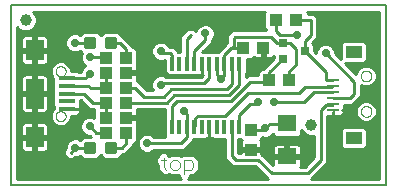
<source format=gtl>
G75*
%MOIN*%
%OFA0B0*%
%FSLAX25Y25*%
%IPPOS*%
%LPD*%
%AMOC8*
5,1,8,0,0,1.08239X$1,22.5*
%
%ADD10C,0.00800*%
%ADD11C,0.00400*%
%ADD12R,0.01500X0.04500*%
%ADD13R,0.03937X0.04331*%
%ADD14R,0.04331X0.03937*%
%ADD15R,0.05709X0.01575*%
%ADD16C,0.00000*%
%ADD17R,0.05906X0.07087*%
%ADD18R,0.05906X0.09843*%
%ADD19R,0.06299X0.05512*%
%ADD20C,0.01181*%
%ADD21R,0.02756X0.02756*%
%ADD22C,0.03937*%
%ADD23R,0.03937X0.00984*%
%ADD24R,0.05276X0.03937*%
%ADD25C,0.01000*%
%ADD26C,0.02900*%
%ADD27C,0.03400*%
%ADD28C,0.02778*%
%ADD29C,0.00700*%
D10*
X0123333Y0058200D02*
X0248333Y0058200D01*
X0248333Y0118200D01*
X0123333Y0118200D01*
X0123333Y0058200D01*
D11*
X0173533Y0066469D02*
X0175068Y0066469D01*
X0174301Y0067237D02*
X0174301Y0064167D01*
X0175068Y0063400D01*
X0176603Y0064167D02*
X0177370Y0063400D01*
X0178905Y0063400D01*
X0179672Y0064167D01*
X0179672Y0065702D01*
X0178905Y0066469D01*
X0177370Y0066469D01*
X0176603Y0065702D01*
X0176603Y0064167D01*
X0181207Y0063400D02*
X0183508Y0063400D01*
X0184276Y0064167D01*
X0184276Y0065702D01*
X0183508Y0066469D01*
X0181207Y0066469D01*
X0181207Y0061865D01*
D12*
X0182083Y0077650D03*
X0179583Y0077650D03*
X0177083Y0077650D03*
X0184583Y0077650D03*
X0187083Y0077650D03*
X0189583Y0077650D03*
X0192083Y0077650D03*
X0194583Y0077650D03*
X0197083Y0077650D03*
X0199583Y0077650D03*
X0199583Y0098750D03*
X0197083Y0098750D03*
X0194583Y0098750D03*
X0192083Y0098750D03*
X0189583Y0098750D03*
X0187083Y0098750D03*
X0184583Y0098750D03*
X0182083Y0098750D03*
X0179583Y0098750D03*
X0177083Y0098750D03*
D13*
X0203433Y0076746D03*
X0203433Y0070054D03*
D14*
X0161680Y0075700D03*
X0154987Y0075700D03*
X0154987Y0080700D03*
X0161680Y0080700D03*
X0161680Y0085700D03*
X0154987Y0085700D03*
X0154987Y0090700D03*
X0161680Y0090700D03*
X0161680Y0095700D03*
X0154987Y0095700D03*
X0154987Y0100700D03*
X0161680Y0100700D03*
X0200867Y0104050D03*
X0207560Y0104050D03*
X0211787Y0113200D03*
X0218480Y0113200D03*
X0216280Y0093200D03*
X0209587Y0093200D03*
D15*
X0142062Y0093818D03*
X0142062Y0091259D03*
X0142062Y0088700D03*
X0142062Y0086141D03*
X0142062Y0083582D03*
D16*
X0138322Y0081220D02*
X0138324Y0081301D01*
X0138330Y0081383D01*
X0138340Y0081464D01*
X0138354Y0081544D01*
X0138371Y0081623D01*
X0138393Y0081702D01*
X0138418Y0081779D01*
X0138447Y0081856D01*
X0138480Y0081930D01*
X0138517Y0082003D01*
X0138556Y0082074D01*
X0138600Y0082143D01*
X0138646Y0082210D01*
X0138696Y0082274D01*
X0138749Y0082336D01*
X0138805Y0082396D01*
X0138863Y0082452D01*
X0138925Y0082506D01*
X0138989Y0082557D01*
X0139055Y0082604D01*
X0139123Y0082648D01*
X0139194Y0082689D01*
X0139266Y0082726D01*
X0139341Y0082760D01*
X0139416Y0082790D01*
X0139494Y0082816D01*
X0139572Y0082839D01*
X0139651Y0082857D01*
X0139731Y0082872D01*
X0139812Y0082883D01*
X0139893Y0082890D01*
X0139975Y0082893D01*
X0140056Y0082892D01*
X0140137Y0082887D01*
X0140218Y0082878D01*
X0140299Y0082865D01*
X0140379Y0082848D01*
X0140457Y0082828D01*
X0140535Y0082803D01*
X0140612Y0082775D01*
X0140687Y0082743D01*
X0140760Y0082708D01*
X0140831Y0082669D01*
X0140901Y0082626D01*
X0140968Y0082581D01*
X0141034Y0082532D01*
X0141096Y0082480D01*
X0141156Y0082424D01*
X0141213Y0082366D01*
X0141268Y0082306D01*
X0141319Y0082242D01*
X0141367Y0082177D01*
X0141412Y0082109D01*
X0141454Y0082039D01*
X0141492Y0081967D01*
X0141527Y0081893D01*
X0141558Y0081818D01*
X0141585Y0081741D01*
X0141608Y0081663D01*
X0141628Y0081584D01*
X0141644Y0081504D01*
X0141656Y0081423D01*
X0141664Y0081342D01*
X0141668Y0081261D01*
X0141668Y0081179D01*
X0141664Y0081098D01*
X0141656Y0081017D01*
X0141644Y0080936D01*
X0141628Y0080856D01*
X0141608Y0080777D01*
X0141585Y0080699D01*
X0141558Y0080622D01*
X0141527Y0080547D01*
X0141492Y0080473D01*
X0141454Y0080401D01*
X0141412Y0080331D01*
X0141367Y0080263D01*
X0141319Y0080198D01*
X0141268Y0080134D01*
X0141213Y0080074D01*
X0141156Y0080016D01*
X0141096Y0079960D01*
X0141034Y0079908D01*
X0140968Y0079859D01*
X0140901Y0079814D01*
X0140832Y0079771D01*
X0140760Y0079732D01*
X0140687Y0079697D01*
X0140612Y0079665D01*
X0140535Y0079637D01*
X0140457Y0079612D01*
X0140379Y0079592D01*
X0140299Y0079575D01*
X0140218Y0079562D01*
X0140137Y0079553D01*
X0140056Y0079548D01*
X0139975Y0079547D01*
X0139893Y0079550D01*
X0139812Y0079557D01*
X0139731Y0079568D01*
X0139651Y0079583D01*
X0139572Y0079601D01*
X0139494Y0079624D01*
X0139416Y0079650D01*
X0139341Y0079680D01*
X0139266Y0079714D01*
X0139194Y0079751D01*
X0139123Y0079792D01*
X0139055Y0079836D01*
X0138989Y0079883D01*
X0138925Y0079934D01*
X0138863Y0079988D01*
X0138805Y0080044D01*
X0138749Y0080104D01*
X0138696Y0080166D01*
X0138646Y0080230D01*
X0138600Y0080297D01*
X0138556Y0080366D01*
X0138517Y0080437D01*
X0138480Y0080510D01*
X0138447Y0080584D01*
X0138418Y0080661D01*
X0138393Y0080738D01*
X0138371Y0080817D01*
X0138354Y0080896D01*
X0138340Y0080976D01*
X0138330Y0081057D01*
X0138324Y0081139D01*
X0138322Y0081220D01*
X0138322Y0096180D02*
X0138324Y0096261D01*
X0138330Y0096343D01*
X0138340Y0096424D01*
X0138354Y0096504D01*
X0138371Y0096583D01*
X0138393Y0096662D01*
X0138418Y0096739D01*
X0138447Y0096816D01*
X0138480Y0096890D01*
X0138517Y0096963D01*
X0138556Y0097034D01*
X0138600Y0097103D01*
X0138646Y0097170D01*
X0138696Y0097234D01*
X0138749Y0097296D01*
X0138805Y0097356D01*
X0138863Y0097412D01*
X0138925Y0097466D01*
X0138989Y0097517D01*
X0139055Y0097564D01*
X0139123Y0097608D01*
X0139194Y0097649D01*
X0139266Y0097686D01*
X0139341Y0097720D01*
X0139416Y0097750D01*
X0139494Y0097776D01*
X0139572Y0097799D01*
X0139651Y0097817D01*
X0139731Y0097832D01*
X0139812Y0097843D01*
X0139893Y0097850D01*
X0139975Y0097853D01*
X0140056Y0097852D01*
X0140137Y0097847D01*
X0140218Y0097838D01*
X0140299Y0097825D01*
X0140379Y0097808D01*
X0140457Y0097788D01*
X0140535Y0097763D01*
X0140612Y0097735D01*
X0140687Y0097703D01*
X0140760Y0097668D01*
X0140831Y0097629D01*
X0140901Y0097586D01*
X0140968Y0097541D01*
X0141034Y0097492D01*
X0141096Y0097440D01*
X0141156Y0097384D01*
X0141213Y0097326D01*
X0141268Y0097266D01*
X0141319Y0097202D01*
X0141367Y0097137D01*
X0141412Y0097069D01*
X0141454Y0096999D01*
X0141492Y0096927D01*
X0141527Y0096853D01*
X0141558Y0096778D01*
X0141585Y0096701D01*
X0141608Y0096623D01*
X0141628Y0096544D01*
X0141644Y0096464D01*
X0141656Y0096383D01*
X0141664Y0096302D01*
X0141668Y0096221D01*
X0141668Y0096139D01*
X0141664Y0096058D01*
X0141656Y0095977D01*
X0141644Y0095896D01*
X0141628Y0095816D01*
X0141608Y0095737D01*
X0141585Y0095659D01*
X0141558Y0095582D01*
X0141527Y0095507D01*
X0141492Y0095433D01*
X0141454Y0095361D01*
X0141412Y0095291D01*
X0141367Y0095223D01*
X0141319Y0095158D01*
X0141268Y0095094D01*
X0141213Y0095034D01*
X0141156Y0094976D01*
X0141096Y0094920D01*
X0141034Y0094868D01*
X0140968Y0094819D01*
X0140901Y0094774D01*
X0140832Y0094731D01*
X0140760Y0094692D01*
X0140687Y0094657D01*
X0140612Y0094625D01*
X0140535Y0094597D01*
X0140457Y0094572D01*
X0140379Y0094552D01*
X0140299Y0094535D01*
X0140218Y0094522D01*
X0140137Y0094513D01*
X0140056Y0094508D01*
X0139975Y0094507D01*
X0139893Y0094510D01*
X0139812Y0094517D01*
X0139731Y0094528D01*
X0139651Y0094543D01*
X0139572Y0094561D01*
X0139494Y0094584D01*
X0139416Y0094610D01*
X0139341Y0094640D01*
X0139266Y0094674D01*
X0139194Y0094711D01*
X0139123Y0094752D01*
X0139055Y0094796D01*
X0138989Y0094843D01*
X0138925Y0094894D01*
X0138863Y0094948D01*
X0138805Y0095004D01*
X0138749Y0095064D01*
X0138696Y0095126D01*
X0138646Y0095190D01*
X0138600Y0095257D01*
X0138556Y0095326D01*
X0138517Y0095397D01*
X0138480Y0095470D01*
X0138447Y0095544D01*
X0138418Y0095621D01*
X0138393Y0095698D01*
X0138371Y0095777D01*
X0138354Y0095856D01*
X0138340Y0095936D01*
X0138330Y0096017D01*
X0138324Y0096099D01*
X0138322Y0096180D01*
X0240061Y0094606D02*
X0240063Y0094690D01*
X0240069Y0094773D01*
X0240079Y0094856D01*
X0240093Y0094939D01*
X0240110Y0095021D01*
X0240132Y0095102D01*
X0240157Y0095181D01*
X0240186Y0095260D01*
X0240219Y0095337D01*
X0240255Y0095412D01*
X0240295Y0095486D01*
X0240338Y0095558D01*
X0240385Y0095627D01*
X0240435Y0095694D01*
X0240488Y0095759D01*
X0240544Y0095821D01*
X0240602Y0095881D01*
X0240664Y0095938D01*
X0240728Y0095991D01*
X0240795Y0096042D01*
X0240864Y0096089D01*
X0240935Y0096134D01*
X0241008Y0096174D01*
X0241083Y0096211D01*
X0241160Y0096245D01*
X0241238Y0096275D01*
X0241317Y0096301D01*
X0241398Y0096324D01*
X0241480Y0096342D01*
X0241562Y0096357D01*
X0241645Y0096368D01*
X0241728Y0096375D01*
X0241812Y0096378D01*
X0241896Y0096377D01*
X0241979Y0096372D01*
X0242063Y0096363D01*
X0242145Y0096350D01*
X0242227Y0096334D01*
X0242308Y0096313D01*
X0242389Y0096289D01*
X0242467Y0096261D01*
X0242545Y0096229D01*
X0242621Y0096193D01*
X0242695Y0096154D01*
X0242767Y0096112D01*
X0242837Y0096066D01*
X0242905Y0096017D01*
X0242970Y0095965D01*
X0243033Y0095910D01*
X0243093Y0095852D01*
X0243151Y0095791D01*
X0243205Y0095727D01*
X0243257Y0095661D01*
X0243305Y0095593D01*
X0243350Y0095522D01*
X0243391Y0095449D01*
X0243430Y0095375D01*
X0243464Y0095299D01*
X0243495Y0095221D01*
X0243522Y0095142D01*
X0243546Y0095061D01*
X0243565Y0094980D01*
X0243581Y0094898D01*
X0243593Y0094815D01*
X0243601Y0094731D01*
X0243605Y0094648D01*
X0243605Y0094564D01*
X0243601Y0094481D01*
X0243593Y0094397D01*
X0243581Y0094314D01*
X0243565Y0094232D01*
X0243546Y0094151D01*
X0243522Y0094070D01*
X0243495Y0093991D01*
X0243464Y0093913D01*
X0243430Y0093837D01*
X0243391Y0093763D01*
X0243350Y0093690D01*
X0243305Y0093619D01*
X0243257Y0093551D01*
X0243205Y0093485D01*
X0243151Y0093421D01*
X0243093Y0093360D01*
X0243033Y0093302D01*
X0242970Y0093247D01*
X0242905Y0093195D01*
X0242837Y0093146D01*
X0242767Y0093100D01*
X0242695Y0093058D01*
X0242621Y0093019D01*
X0242545Y0092983D01*
X0242467Y0092951D01*
X0242389Y0092923D01*
X0242308Y0092899D01*
X0242227Y0092878D01*
X0242145Y0092862D01*
X0242063Y0092849D01*
X0241979Y0092840D01*
X0241896Y0092835D01*
X0241812Y0092834D01*
X0241728Y0092837D01*
X0241645Y0092844D01*
X0241562Y0092855D01*
X0241480Y0092870D01*
X0241398Y0092888D01*
X0241317Y0092911D01*
X0241238Y0092937D01*
X0241160Y0092967D01*
X0241083Y0093001D01*
X0241008Y0093038D01*
X0240935Y0093078D01*
X0240864Y0093123D01*
X0240795Y0093170D01*
X0240728Y0093221D01*
X0240664Y0093274D01*
X0240602Y0093331D01*
X0240544Y0093391D01*
X0240488Y0093453D01*
X0240435Y0093518D01*
X0240385Y0093585D01*
X0240338Y0093654D01*
X0240295Y0093726D01*
X0240255Y0093800D01*
X0240219Y0093875D01*
X0240186Y0093952D01*
X0240157Y0094031D01*
X0240132Y0094110D01*
X0240110Y0094191D01*
X0240093Y0094273D01*
X0240079Y0094356D01*
X0240069Y0094439D01*
X0240063Y0094522D01*
X0240061Y0094606D01*
X0240061Y0082794D02*
X0240063Y0082878D01*
X0240069Y0082961D01*
X0240079Y0083044D01*
X0240093Y0083127D01*
X0240110Y0083209D01*
X0240132Y0083290D01*
X0240157Y0083369D01*
X0240186Y0083448D01*
X0240219Y0083525D01*
X0240255Y0083600D01*
X0240295Y0083674D01*
X0240338Y0083746D01*
X0240385Y0083815D01*
X0240435Y0083882D01*
X0240488Y0083947D01*
X0240544Y0084009D01*
X0240602Y0084069D01*
X0240664Y0084126D01*
X0240728Y0084179D01*
X0240795Y0084230D01*
X0240864Y0084277D01*
X0240935Y0084322D01*
X0241008Y0084362D01*
X0241083Y0084399D01*
X0241160Y0084433D01*
X0241238Y0084463D01*
X0241317Y0084489D01*
X0241398Y0084512D01*
X0241480Y0084530D01*
X0241562Y0084545D01*
X0241645Y0084556D01*
X0241728Y0084563D01*
X0241812Y0084566D01*
X0241896Y0084565D01*
X0241979Y0084560D01*
X0242063Y0084551D01*
X0242145Y0084538D01*
X0242227Y0084522D01*
X0242308Y0084501D01*
X0242389Y0084477D01*
X0242467Y0084449D01*
X0242545Y0084417D01*
X0242621Y0084381D01*
X0242695Y0084342D01*
X0242767Y0084300D01*
X0242837Y0084254D01*
X0242905Y0084205D01*
X0242970Y0084153D01*
X0243033Y0084098D01*
X0243093Y0084040D01*
X0243151Y0083979D01*
X0243205Y0083915D01*
X0243257Y0083849D01*
X0243305Y0083781D01*
X0243350Y0083710D01*
X0243391Y0083637D01*
X0243430Y0083563D01*
X0243464Y0083487D01*
X0243495Y0083409D01*
X0243522Y0083330D01*
X0243546Y0083249D01*
X0243565Y0083168D01*
X0243581Y0083086D01*
X0243593Y0083003D01*
X0243601Y0082919D01*
X0243605Y0082836D01*
X0243605Y0082752D01*
X0243601Y0082669D01*
X0243593Y0082585D01*
X0243581Y0082502D01*
X0243565Y0082420D01*
X0243546Y0082339D01*
X0243522Y0082258D01*
X0243495Y0082179D01*
X0243464Y0082101D01*
X0243430Y0082025D01*
X0243391Y0081951D01*
X0243350Y0081878D01*
X0243305Y0081807D01*
X0243257Y0081739D01*
X0243205Y0081673D01*
X0243151Y0081609D01*
X0243093Y0081548D01*
X0243033Y0081490D01*
X0242970Y0081435D01*
X0242905Y0081383D01*
X0242837Y0081334D01*
X0242767Y0081288D01*
X0242695Y0081246D01*
X0242621Y0081207D01*
X0242545Y0081171D01*
X0242467Y0081139D01*
X0242389Y0081111D01*
X0242308Y0081087D01*
X0242227Y0081066D01*
X0242145Y0081050D01*
X0242063Y0081037D01*
X0241979Y0081028D01*
X0241896Y0081023D01*
X0241812Y0081022D01*
X0241728Y0081025D01*
X0241645Y0081032D01*
X0241562Y0081043D01*
X0241480Y0081058D01*
X0241398Y0081076D01*
X0241317Y0081099D01*
X0241238Y0081125D01*
X0241160Y0081155D01*
X0241083Y0081189D01*
X0241008Y0081226D01*
X0240935Y0081266D01*
X0240864Y0081311D01*
X0240795Y0081358D01*
X0240728Y0081409D01*
X0240664Y0081462D01*
X0240602Y0081519D01*
X0240544Y0081579D01*
X0240488Y0081641D01*
X0240435Y0081706D01*
X0240385Y0081773D01*
X0240338Y0081842D01*
X0240295Y0081914D01*
X0240255Y0081988D01*
X0240219Y0082063D01*
X0240186Y0082140D01*
X0240157Y0082219D01*
X0240132Y0082298D01*
X0240110Y0082379D01*
X0240093Y0082461D01*
X0240079Y0082544D01*
X0240069Y0082627D01*
X0240063Y0082710D01*
X0240061Y0082794D01*
D17*
X0131333Y0074192D03*
X0131333Y0103208D03*
D18*
X0131333Y0088700D03*
D19*
X0215433Y0078812D03*
X0215433Y0067788D03*
D20*
X0155408Y0069322D02*
X0155408Y0072078D01*
X0158164Y0072078D01*
X0158164Y0069322D01*
X0155408Y0069322D01*
X0155408Y0070502D02*
X0158164Y0070502D01*
X0158164Y0071682D02*
X0155408Y0071682D01*
X0148503Y0072078D02*
X0148503Y0069322D01*
X0148503Y0072078D02*
X0151259Y0072078D01*
X0151259Y0069322D01*
X0148503Y0069322D01*
X0148503Y0070502D02*
X0151259Y0070502D01*
X0151259Y0071682D02*
X0148503Y0071682D01*
X0148503Y0104322D02*
X0148503Y0107078D01*
X0151259Y0107078D01*
X0151259Y0104322D01*
X0148503Y0104322D01*
X0148503Y0105502D02*
X0151259Y0105502D01*
X0151259Y0106682D02*
X0148503Y0106682D01*
X0155408Y0107078D02*
X0155408Y0104322D01*
X0155408Y0107078D02*
X0158164Y0107078D01*
X0158164Y0104322D01*
X0155408Y0104322D01*
X0155408Y0105502D02*
X0158164Y0105502D01*
X0158164Y0106682D02*
X0155408Y0106682D01*
D21*
X0214092Y0105559D03*
X0221375Y0103000D03*
X0214092Y0100441D03*
D22*
X0223533Y0078250D03*
X0128333Y0113200D03*
D23*
X0230833Y0093121D03*
X0230833Y0091153D03*
X0230833Y0089184D03*
X0230833Y0087216D03*
X0230833Y0085247D03*
X0230833Y0083279D03*
D24*
X0237625Y0073879D03*
X0237625Y0102521D03*
D25*
X0241962Y0102134D02*
X0246233Y0102134D01*
X0246233Y0101136D02*
X0241962Y0101136D01*
X0241962Y0100137D02*
X0246233Y0100137D01*
X0246233Y0099139D02*
X0241253Y0099139D01*
X0240967Y0098852D02*
X0241962Y0099848D01*
X0241962Y0105194D01*
X0240967Y0106189D01*
X0234283Y0106189D01*
X0233287Y0105194D01*
X0233287Y0100358D01*
X0231422Y0102222D01*
X0231422Y0102814D01*
X0230952Y0103950D01*
X0230083Y0104819D01*
X0228948Y0105289D01*
X0227719Y0105289D01*
X0226584Y0104819D01*
X0225715Y0103950D01*
X0225244Y0102814D01*
X0225244Y0102242D01*
X0224453Y0103033D01*
X0224453Y0105082D01*
X0223890Y0105645D01*
X0224245Y0106000D01*
X0225533Y0107289D01*
X0225533Y0114111D01*
X0224245Y0115400D01*
X0222345Y0115400D01*
X0222345Y0115873D01*
X0222118Y0116100D01*
X0246233Y0116100D01*
X0246233Y0060300D01*
X0223545Y0060300D01*
X0227613Y0064369D01*
X0228902Y0065657D01*
X0228902Y0081287D01*
X0230833Y0081287D01*
X0230833Y0082771D01*
X0230833Y0082771D01*
X0230833Y0081287D01*
X0232999Y0081287D01*
X0233381Y0081389D01*
X0233723Y0081586D01*
X0234002Y0081866D01*
X0234200Y0082208D01*
X0234302Y0082589D01*
X0234302Y0083279D01*
X0234302Y0083851D01*
X0234502Y0084051D01*
X0234502Y0085016D01*
X0237260Y0085016D01*
X0238745Y0086500D01*
X0240033Y0087789D01*
X0240033Y0091593D01*
X0241143Y0091134D01*
X0242524Y0091134D01*
X0243800Y0091662D01*
X0244776Y0092639D01*
X0245305Y0093915D01*
X0245305Y0095296D01*
X0244776Y0096572D01*
X0243800Y0097549D01*
X0242524Y0098077D01*
X0241143Y0098077D01*
X0239867Y0097549D01*
X0238890Y0096572D01*
X0238362Y0095296D01*
X0238362Y0095283D01*
X0234792Y0098852D01*
X0240967Y0098852D01*
X0239460Y0097142D02*
X0236503Y0097142D01*
X0237501Y0096143D02*
X0238713Y0096143D01*
X0235504Y0098140D02*
X0246233Y0098140D01*
X0246233Y0097142D02*
X0244207Y0097142D01*
X0244954Y0096143D02*
X0246233Y0096143D01*
X0246233Y0095145D02*
X0245305Y0095145D01*
X0245305Y0094146D02*
X0246233Y0094146D01*
X0246233Y0093148D02*
X0244987Y0093148D01*
X0244287Y0092149D02*
X0246233Y0092149D01*
X0246233Y0091151D02*
X0242565Y0091151D01*
X0241102Y0091151D02*
X0240033Y0091151D01*
X0240033Y0090152D02*
X0246233Y0090152D01*
X0246233Y0089154D02*
X0240033Y0089154D01*
X0240033Y0088155D02*
X0246233Y0088155D01*
X0246233Y0087157D02*
X0239401Y0087157D01*
X0238403Y0086158D02*
X0240882Y0086158D01*
X0241143Y0086266D02*
X0239867Y0085738D01*
X0238890Y0084761D01*
X0238362Y0083485D01*
X0238362Y0082104D01*
X0238890Y0080828D01*
X0239867Y0079851D01*
X0241143Y0079323D01*
X0242524Y0079323D01*
X0243800Y0079851D01*
X0244776Y0080828D01*
X0245305Y0082104D01*
X0245305Y0083485D01*
X0244776Y0084761D01*
X0243800Y0085738D01*
X0242524Y0086266D01*
X0241143Y0086266D01*
X0242784Y0086158D02*
X0246233Y0086158D01*
X0246233Y0085160D02*
X0244378Y0085160D01*
X0245025Y0084161D02*
X0246233Y0084161D01*
X0246233Y0083163D02*
X0245305Y0083163D01*
X0245305Y0082164D02*
X0246233Y0082164D01*
X0246233Y0081166D02*
X0244916Y0081166D01*
X0244116Y0080167D02*
X0246233Y0080167D01*
X0246233Y0079169D02*
X0228902Y0079169D01*
X0228902Y0080167D02*
X0239551Y0080167D01*
X0238750Y0081166D02*
X0228902Y0081166D01*
X0230833Y0082164D02*
X0230833Y0082164D01*
X0233730Y0083279D02*
X0233730Y0083279D01*
X0234302Y0083279D01*
X0233730Y0083279D01*
X0234302Y0083163D02*
X0238362Y0083163D01*
X0238362Y0082164D02*
X0234175Y0082164D01*
X0234502Y0084161D02*
X0238642Y0084161D01*
X0239289Y0085160D02*
X0237404Y0085160D01*
X0236349Y0087216D02*
X0237833Y0088700D01*
X0237833Y0092700D01*
X0228333Y0102200D01*
X0225376Y0103133D02*
X0224453Y0103133D01*
X0224453Y0104132D02*
X0225896Y0104132D01*
X0227335Y0105130D02*
X0224405Y0105130D01*
X0224373Y0106129D02*
X0234222Y0106129D01*
X0233287Y0105130D02*
X0229331Y0105130D01*
X0230770Y0104132D02*
X0233287Y0104132D01*
X0233287Y0103133D02*
X0231290Y0103133D01*
X0231510Y0102134D02*
X0233287Y0102134D01*
X0233287Y0101136D02*
X0232509Y0101136D01*
X0241962Y0103133D02*
X0246233Y0103133D01*
X0246233Y0104132D02*
X0241962Y0104132D01*
X0241962Y0105130D02*
X0246233Y0105130D01*
X0246233Y0106129D02*
X0241027Y0106129D01*
X0246233Y0107127D02*
X0225372Y0107127D01*
X0225533Y0108126D02*
X0246233Y0108126D01*
X0246233Y0109124D02*
X0225533Y0109124D01*
X0225533Y0110123D02*
X0246233Y0110123D01*
X0246233Y0111121D02*
X0225533Y0111121D01*
X0225533Y0112120D02*
X0246233Y0112120D01*
X0246233Y0113118D02*
X0225533Y0113118D01*
X0225528Y0114117D02*
X0246233Y0114117D01*
X0246233Y0115115D02*
X0224529Y0115115D01*
X0223333Y0113200D02*
X0223333Y0108200D01*
X0221333Y0106200D01*
X0221333Y0103042D01*
X0221375Y0103000D01*
X0228333Y0096042D01*
X0228333Y0093200D01*
X0228412Y0093121D01*
X0230833Y0093121D01*
X0230433Y0091100D02*
X0221433Y0091100D01*
X0219333Y0089000D01*
X0202433Y0089000D01*
X0194733Y0081300D01*
X0185633Y0081300D01*
X0184933Y0080600D01*
X0184933Y0077800D01*
X0182083Y0077650D02*
X0182083Y0081900D01*
X0181083Y0082900D01*
X0178833Y0086200D02*
X0177083Y0084450D01*
X0177083Y0077650D01*
X0174633Y0077172D02*
X0165545Y0077172D01*
X0165545Y0078170D02*
X0174633Y0078170D01*
X0174633Y0079169D02*
X0165345Y0079169D01*
X0165345Y0078573D02*
X0165345Y0080216D01*
X0162164Y0080216D01*
X0162164Y0081184D01*
X0165345Y0081184D01*
X0165345Y0082827D01*
X0165545Y0083027D01*
X0165545Y0083500D01*
X0174883Y0083500D01*
X0174883Y0080854D01*
X0174633Y0080604D01*
X0174633Y0074696D01*
X0174929Y0074400D01*
X0171088Y0074400D01*
X0170618Y0074870D01*
X0169460Y0075350D01*
X0168207Y0075350D01*
X0167049Y0074870D01*
X0166163Y0073984D01*
X0165683Y0072827D01*
X0165683Y0071573D01*
X0166163Y0070416D01*
X0167049Y0069530D01*
X0168207Y0069050D01*
X0169460Y0069050D01*
X0170618Y0069530D01*
X0171088Y0070000D01*
X0180945Y0070000D01*
X0182995Y0072050D01*
X0184283Y0073339D01*
X0184283Y0073700D01*
X0188537Y0073700D01*
X0188737Y0073900D01*
X0189583Y0073900D01*
X0189583Y0077650D01*
X0189583Y0077650D01*
X0189583Y0073900D01*
X0190429Y0073900D01*
X0190629Y0073700D01*
X0194883Y0073700D01*
X0194883Y0067039D01*
X0197434Y0064488D01*
X0204934Y0064488D01*
X0209122Y0060300D01*
X0182328Y0060300D01*
X0183107Y0061078D01*
X0183107Y0061500D01*
X0183517Y0061500D01*
X0184295Y0061500D01*
X0184295Y0061500D01*
X0184309Y0061514D01*
X0185063Y0062267D01*
X0185222Y0062426D01*
X0186176Y0063380D01*
X0186176Y0063380D01*
X0186176Y0064159D01*
X0186176Y0064954D01*
X0186176Y0064954D01*
X0186176Y0066489D01*
X0185063Y0067602D01*
X0184295Y0068369D01*
X0180420Y0068369D01*
X0180056Y0068005D01*
X0179692Y0068369D01*
X0178157Y0068369D01*
X0178157Y0068369D01*
X0177362Y0068369D01*
X0176583Y0068369D01*
X0176219Y0068005D01*
X0175855Y0068369D01*
X0175088Y0069137D01*
X0173514Y0069137D01*
X0172401Y0068024D01*
X0172401Y0068024D01*
X0171633Y0067256D01*
X0171633Y0065682D01*
X0172401Y0064915D01*
X0172401Y0064159D01*
X0172401Y0063380D01*
X0173354Y0062426D01*
X0173514Y0062267D01*
X0174281Y0061500D01*
X0175855Y0061500D01*
X0176219Y0061864D01*
X0176583Y0061500D01*
X0179307Y0061500D01*
X0179307Y0061078D01*
X0180085Y0060300D01*
X0125433Y0060300D01*
X0125433Y0110912D01*
X0126255Y0110090D01*
X0127604Y0109531D01*
X0129063Y0109531D01*
X0130411Y0110090D01*
X0131443Y0111122D01*
X0132002Y0112470D01*
X0132002Y0113930D01*
X0131443Y0115278D01*
X0130621Y0116100D01*
X0208149Y0116100D01*
X0207922Y0115873D01*
X0207922Y0110527D01*
X0208529Y0109920D01*
X0197132Y0109920D01*
X0196812Y0109600D01*
X0195523Y0108311D01*
X0195523Y0105801D01*
X0194633Y0104911D01*
X0192422Y0102700D01*
X0188129Y0102700D01*
X0187929Y0102500D01*
X0187245Y0102500D01*
X0190433Y0105689D01*
X0190433Y0106621D01*
X0190852Y0107039D01*
X0191322Y0108175D01*
X0191322Y0109403D01*
X0190852Y0110539D01*
X0189983Y0111408D01*
X0188848Y0111878D01*
X0187619Y0111878D01*
X0186484Y0111408D01*
X0185615Y0110539D01*
X0185173Y0109472D01*
X0184245Y0110400D01*
X0182422Y0110400D01*
X0179883Y0107861D01*
X0179883Y0102700D01*
X0179132Y0102700D01*
X0177995Y0103837D01*
X0177396Y0104436D01*
X0176107Y0104436D01*
X0176004Y0104684D01*
X0175118Y0105570D01*
X0173960Y0106050D01*
X0172707Y0106050D01*
X0171549Y0105570D01*
X0170663Y0104684D01*
X0170183Y0103527D01*
X0170183Y0102273D01*
X0170663Y0101116D01*
X0171549Y0100230D01*
X0172707Y0099750D01*
X0173960Y0099750D01*
X0174633Y0100029D01*
X0174633Y0095796D01*
X0175629Y0094800D01*
X0186037Y0094800D01*
X0186237Y0095000D01*
X0187083Y0095000D01*
X0187083Y0098750D01*
X0187083Y0098750D01*
X0187083Y0095000D01*
X0187383Y0095000D01*
X0187383Y0094861D01*
X0186922Y0094400D01*
X0175046Y0094400D01*
X0173960Y0094850D01*
X0172707Y0094850D01*
X0171549Y0094370D01*
X0170663Y0093484D01*
X0170183Y0092327D01*
X0170183Y0091073D01*
X0170663Y0089916D01*
X0170679Y0089900D01*
X0168695Y0089900D01*
X0166973Y0091621D01*
X0165685Y0092910D01*
X0165545Y0092910D01*
X0165545Y0093373D01*
X0165345Y0093573D01*
X0165345Y0095216D01*
X0162164Y0095216D01*
X0162164Y0096184D01*
X0165345Y0096184D01*
X0165345Y0097827D01*
X0165545Y0098027D01*
X0165545Y0103373D01*
X0164549Y0104368D01*
X0163833Y0104368D01*
X0163833Y0104611D01*
X0162545Y0105900D01*
X0160545Y0107900D01*
X0160455Y0107900D01*
X0160455Y0108027D01*
X0159113Y0109368D01*
X0154459Y0109368D01*
X0153333Y0108242D01*
X0152207Y0109368D01*
X0147554Y0109368D01*
X0146537Y0108351D01*
X0146518Y0108370D01*
X0145360Y0108850D01*
X0144107Y0108850D01*
X0142949Y0108370D01*
X0142063Y0107484D01*
X0141583Y0106327D01*
X0141583Y0105073D01*
X0142063Y0103916D01*
X0142949Y0103030D01*
X0144107Y0102550D01*
X0145360Y0102550D01*
X0146518Y0103030D01*
X0146537Y0103049D01*
X0147186Y0102399D01*
X0146783Y0101427D01*
X0146783Y0100173D01*
X0147263Y0099016D01*
X0148149Y0098130D01*
X0148165Y0098123D01*
X0148082Y0098089D01*
X0147196Y0097202D01*
X0146716Y0096045D01*
X0146716Y0096018D01*
X0145908Y0096018D01*
X0145620Y0096305D01*
X0143368Y0096305D01*
X0143368Y0096851D01*
X0142854Y0098091D01*
X0141906Y0099040D01*
X0140666Y0099554D01*
X0139324Y0099554D01*
X0138084Y0099040D01*
X0137135Y0098091D01*
X0136622Y0096851D01*
X0136622Y0095509D01*
X0137135Y0094270D01*
X0137507Y0093897D01*
X0137507Y0084649D01*
X0137707Y0084449D01*
X0137707Y0083703D01*
X0137135Y0083130D01*
X0136622Y0081891D01*
X0136622Y0080549D01*
X0137135Y0079309D01*
X0138084Y0078360D01*
X0139324Y0077846D01*
X0140666Y0077846D01*
X0141906Y0078360D01*
X0142854Y0079309D01*
X0143368Y0080549D01*
X0143368Y0081294D01*
X0145113Y0081294D01*
X0145495Y0081397D01*
X0145837Y0081594D01*
X0146116Y0081873D01*
X0146314Y0082216D01*
X0146416Y0082597D01*
X0146416Y0083582D01*
X0146416Y0084449D01*
X0146616Y0084649D01*
X0146616Y0086500D01*
X0146842Y0086500D01*
X0148583Y0084759D01*
X0149872Y0083470D01*
X0151122Y0083470D01*
X0151122Y0080635D01*
X0150360Y0080950D01*
X0149107Y0080950D01*
X0147949Y0080470D01*
X0147063Y0079584D01*
X0146583Y0078427D01*
X0146583Y0077173D01*
X0147063Y0076016D01*
X0147949Y0075130D01*
X0149107Y0074650D01*
X0149772Y0074650D01*
X0150054Y0074368D01*
X0147554Y0074368D01*
X0146603Y0073418D01*
X0145560Y0073850D01*
X0144307Y0073850D01*
X0143149Y0073370D01*
X0142263Y0072484D01*
X0141783Y0071327D01*
X0141783Y0070661D01*
X0141133Y0070011D01*
X0141133Y0068189D01*
X0142422Y0066900D01*
X0144245Y0066900D01*
X0144895Y0067550D01*
X0145560Y0067550D01*
X0146603Y0067982D01*
X0147554Y0067031D01*
X0152207Y0067031D01*
X0153333Y0068158D01*
X0154459Y0067031D01*
X0159113Y0067031D01*
X0160455Y0068373D01*
X0160455Y0068500D01*
X0161245Y0068500D01*
X0162745Y0070000D01*
X0164033Y0071289D01*
X0164033Y0072031D01*
X0164549Y0072031D01*
X0165545Y0073027D01*
X0165545Y0078373D01*
X0165345Y0078573D01*
X0165345Y0080167D02*
X0174633Y0080167D01*
X0174883Y0081166D02*
X0162164Y0081166D01*
X0165345Y0082164D02*
X0174883Y0082164D01*
X0174883Y0083163D02*
X0165545Y0083163D01*
X0161680Y0085700D02*
X0175333Y0085700D01*
X0177833Y0088200D01*
X0196033Y0088200D01*
X0199583Y0091750D01*
X0199583Y0098750D01*
X0202033Y0099139D02*
X0209678Y0099139D01*
X0208680Y0098140D02*
X0202033Y0098140D01*
X0202033Y0097142D02*
X0207681Y0097142D01*
X0207408Y0096868D02*
X0206717Y0096868D01*
X0205722Y0095873D01*
X0205722Y0094800D01*
X0202322Y0094800D01*
X0201783Y0094261D01*
X0201783Y0095546D01*
X0202033Y0095796D01*
X0202033Y0100381D01*
X0203736Y0100381D01*
X0204355Y0101000D01*
X0204473Y0100881D01*
X0204815Y0100684D01*
X0205197Y0100581D01*
X0207076Y0100581D01*
X0207076Y0103566D01*
X0208044Y0103566D01*
X0208044Y0100581D01*
X0209923Y0100581D01*
X0210304Y0100684D01*
X0210646Y0100881D01*
X0210925Y0101160D01*
X0211014Y0101313D01*
X0211014Y0100474D01*
X0207408Y0096868D01*
X0205992Y0096143D02*
X0202033Y0096143D01*
X0201783Y0095145D02*
X0205722Y0095145D01*
X0209587Y0095936D02*
X0214092Y0100441D01*
X0211014Y0101136D02*
X0210901Y0101136D01*
X0210677Y0100137D02*
X0202033Y0100137D01*
X0197083Y0098750D02*
X0197083Y0091950D01*
X0195333Y0090200D01*
X0176833Y0090200D01*
X0174333Y0087700D01*
X0167783Y0087700D01*
X0164773Y0090710D01*
X0161690Y0090710D01*
X0161680Y0090700D01*
X0161780Y0090600D01*
X0161680Y0090700D02*
X0162333Y0090700D01*
X0165545Y0093148D02*
X0170524Y0093148D01*
X0170183Y0092149D02*
X0166445Y0092149D01*
X0167444Y0091151D02*
X0170183Y0091151D01*
X0170565Y0090152D02*
X0168442Y0090152D01*
X0173333Y0091700D02*
X0173833Y0092200D01*
X0187833Y0092200D01*
X0189583Y0093950D01*
X0189583Y0098750D01*
X0192083Y0098750D02*
X0192083Y0094950D01*
X0193333Y0093700D01*
X0194583Y0094950D01*
X0194583Y0098750D01*
X0194583Y0101750D01*
X0196833Y0104000D01*
X0197253Y0104000D01*
X0200817Y0104000D01*
X0200867Y0104050D01*
X0197723Y0104470D02*
X0197253Y0104000D01*
X0197723Y0104470D02*
X0197723Y0107400D01*
X0198043Y0107720D01*
X0210023Y0107720D01*
X0210763Y0106980D01*
X0210763Y0106980D01*
X0212184Y0105559D01*
X0214092Y0105559D01*
X0214103Y0105570D01*
X0216383Y0105570D01*
X0218333Y0103620D01*
X0218333Y0098200D01*
X0216280Y0096146D01*
X0216280Y0093200D01*
X0209587Y0093200D02*
X0209587Y0095936D01*
X0209587Y0093200D02*
X0208333Y0093200D01*
X0207733Y0092600D01*
X0203233Y0092600D01*
X0196833Y0086200D01*
X0178833Y0086200D01*
X0171325Y0094146D02*
X0165345Y0094146D01*
X0165345Y0095145D02*
X0175284Y0095145D01*
X0174633Y0096143D02*
X0162164Y0096143D01*
X0165345Y0097142D02*
X0174633Y0097142D01*
X0174633Y0098140D02*
X0165545Y0098140D01*
X0165545Y0099139D02*
X0174633Y0099139D01*
X0177083Y0098750D02*
X0177083Y0101637D01*
X0176484Y0102236D01*
X0173997Y0102236D01*
X0173333Y0102900D01*
X0173333Y0103200D01*
X0171109Y0105130D02*
X0163315Y0105130D01*
X0162316Y0106129D02*
X0179883Y0106129D01*
X0179883Y0107127D02*
X0161318Y0107127D01*
X0160356Y0108126D02*
X0180148Y0108126D01*
X0181146Y0109124D02*
X0159357Y0109124D01*
X0154215Y0109124D02*
X0152452Y0109124D01*
X0147309Y0109124D02*
X0125433Y0109124D01*
X0125433Y0108126D02*
X0127761Y0108126D01*
X0127802Y0108149D02*
X0127460Y0107951D01*
X0127180Y0107672D01*
X0126983Y0107330D01*
X0126881Y0106949D01*
X0126881Y0103708D01*
X0130833Y0103708D01*
X0130833Y0102708D01*
X0126881Y0102708D01*
X0126881Y0099467D01*
X0126983Y0099086D01*
X0127180Y0098744D01*
X0127460Y0098464D01*
X0127802Y0098267D01*
X0128183Y0098165D01*
X0130833Y0098165D01*
X0130833Y0102708D01*
X0131833Y0102708D01*
X0131833Y0098165D01*
X0134484Y0098165D01*
X0134865Y0098267D01*
X0135207Y0098464D01*
X0135486Y0098744D01*
X0135684Y0099086D01*
X0135786Y0099467D01*
X0135786Y0102708D01*
X0131833Y0102708D01*
X0131833Y0103708D01*
X0130833Y0103708D01*
X0130833Y0108251D01*
X0128183Y0108251D01*
X0127802Y0108149D01*
X0126928Y0107127D02*
X0125433Y0107127D01*
X0125433Y0106129D02*
X0126881Y0106129D01*
X0126881Y0105130D02*
X0125433Y0105130D01*
X0125433Y0104132D02*
X0126881Y0104132D01*
X0125433Y0103133D02*
X0130833Y0103133D01*
X0130833Y0102134D02*
X0131833Y0102134D01*
X0131833Y0101136D02*
X0130833Y0101136D01*
X0130833Y0100137D02*
X0131833Y0100137D01*
X0131833Y0099139D02*
X0130833Y0099139D01*
X0126968Y0099139D02*
X0125433Y0099139D01*
X0125433Y0100137D02*
X0126881Y0100137D01*
X0126881Y0101136D02*
X0125433Y0101136D01*
X0125433Y0102134D02*
X0126881Y0102134D01*
X0130833Y0104132D02*
X0131833Y0104132D01*
X0131833Y0103708D02*
X0131833Y0108251D01*
X0134484Y0108251D01*
X0134865Y0108149D01*
X0135207Y0107951D01*
X0135486Y0107672D01*
X0135684Y0107330D01*
X0135786Y0106949D01*
X0135786Y0103708D01*
X0131833Y0103708D01*
X0131833Y0103133D02*
X0142846Y0103133D01*
X0141973Y0104132D02*
X0135786Y0104132D01*
X0135786Y0105130D02*
X0141583Y0105130D01*
X0141583Y0106129D02*
X0135786Y0106129D01*
X0135738Y0107127D02*
X0141915Y0107127D01*
X0142704Y0108126D02*
X0134906Y0108126D01*
X0131833Y0108126D02*
X0130833Y0108126D01*
X0130833Y0107127D02*
X0131833Y0107127D01*
X0131833Y0106129D02*
X0130833Y0106129D01*
X0130833Y0105130D02*
X0131833Y0105130D01*
X0135786Y0102134D02*
X0147077Y0102134D01*
X0146783Y0101136D02*
X0135786Y0101136D01*
X0135786Y0100137D02*
X0146798Y0100137D01*
X0147212Y0099139D02*
X0141667Y0099139D01*
X0142805Y0098140D02*
X0148138Y0098140D01*
X0147171Y0097142D02*
X0143248Y0097142D01*
X0145782Y0096143D02*
X0146757Y0096143D01*
X0148266Y0093818D02*
X0149866Y0095418D01*
X0148266Y0093818D02*
X0142062Y0093818D01*
X0142062Y0091259D02*
X0149374Y0091259D01*
X0149933Y0090700D01*
X0154987Y0090700D01*
X0154987Y0095700D01*
X0154987Y0100700D02*
X0154887Y0100800D01*
X0149933Y0100800D01*
X0138323Y0099139D02*
X0135698Y0099139D01*
X0137184Y0098140D02*
X0125433Y0098140D01*
X0125433Y0097142D02*
X0136742Y0097142D01*
X0136622Y0096143D02*
X0125433Y0096143D01*
X0125433Y0095145D02*
X0136772Y0095145D01*
X0137258Y0094146D02*
X0135698Y0094146D01*
X0135684Y0094200D02*
X0135486Y0094542D01*
X0135207Y0094822D01*
X0134865Y0095019D01*
X0134484Y0095121D01*
X0131833Y0095121D01*
X0131833Y0089200D01*
X0130833Y0089200D01*
X0130833Y0088200D01*
X0126881Y0088200D01*
X0126881Y0083581D01*
X0126983Y0083200D01*
X0127180Y0082858D01*
X0127460Y0082578D01*
X0127802Y0082381D01*
X0128183Y0082279D01*
X0130833Y0082279D01*
X0130833Y0088200D01*
X0131833Y0088200D01*
X0131833Y0082279D01*
X0134484Y0082279D01*
X0134865Y0082381D01*
X0135207Y0082578D01*
X0135486Y0082858D01*
X0135684Y0083200D01*
X0135786Y0083581D01*
X0135786Y0088200D01*
X0131833Y0088200D01*
X0131833Y0089200D01*
X0135786Y0089200D01*
X0135786Y0093819D01*
X0135684Y0094200D01*
X0135786Y0093148D02*
X0137507Y0093148D01*
X0137507Y0092149D02*
X0135786Y0092149D01*
X0135786Y0091151D02*
X0137507Y0091151D01*
X0137507Y0090152D02*
X0135786Y0090152D01*
X0137507Y0089154D02*
X0131833Y0089154D01*
X0131833Y0090152D02*
X0130833Y0090152D01*
X0130833Y0089200D02*
X0130833Y0095121D01*
X0128183Y0095121D01*
X0127802Y0095019D01*
X0127460Y0094822D01*
X0127180Y0094542D01*
X0126983Y0094200D01*
X0126881Y0093819D01*
X0126881Y0089200D01*
X0130833Y0089200D01*
X0130833Y0089154D02*
X0125433Y0089154D01*
X0125433Y0090152D02*
X0126881Y0090152D01*
X0126881Y0091151D02*
X0125433Y0091151D01*
X0125433Y0092149D02*
X0126881Y0092149D01*
X0126881Y0093148D02*
X0125433Y0093148D01*
X0125433Y0094146D02*
X0126968Y0094146D01*
X0130833Y0094146D02*
X0131833Y0094146D01*
X0131833Y0093148D02*
X0130833Y0093148D01*
X0130833Y0092149D02*
X0131833Y0092149D01*
X0131833Y0091151D02*
X0130833Y0091151D01*
X0130833Y0088155D02*
X0131833Y0088155D01*
X0131833Y0087157D02*
X0130833Y0087157D01*
X0130833Y0086158D02*
X0131833Y0086158D01*
X0131833Y0085160D02*
X0130833Y0085160D01*
X0130833Y0084161D02*
X0131833Y0084161D01*
X0131833Y0083163D02*
X0130833Y0083163D01*
X0127004Y0083163D02*
X0125433Y0083163D01*
X0125433Y0084161D02*
X0126881Y0084161D01*
X0126881Y0085160D02*
X0125433Y0085160D01*
X0125433Y0086158D02*
X0126881Y0086158D01*
X0126881Y0087157D02*
X0125433Y0087157D01*
X0125433Y0088155D02*
X0126881Y0088155D01*
X0135786Y0088155D02*
X0137507Y0088155D01*
X0137507Y0087157D02*
X0135786Y0087157D01*
X0135786Y0086158D02*
X0137507Y0086158D01*
X0137507Y0085160D02*
X0135786Y0085160D01*
X0135786Y0084161D02*
X0137707Y0084161D01*
X0137167Y0083163D02*
X0135663Y0083163D01*
X0136735Y0082164D02*
X0125433Y0082164D01*
X0125433Y0081166D02*
X0136622Y0081166D01*
X0136780Y0080167D02*
X0125433Y0080167D01*
X0125433Y0079169D02*
X0127934Y0079169D01*
X0127802Y0079133D02*
X0127460Y0078936D01*
X0127180Y0078656D01*
X0126983Y0078314D01*
X0126881Y0077933D01*
X0126881Y0074692D01*
X0130833Y0074692D01*
X0130833Y0073692D01*
X0126881Y0073692D01*
X0126881Y0070451D01*
X0126983Y0070070D01*
X0127180Y0069728D01*
X0127460Y0069449D01*
X0127802Y0069251D01*
X0128183Y0069149D01*
X0130833Y0069149D01*
X0130833Y0073692D01*
X0131833Y0073692D01*
X0131833Y0069149D01*
X0134484Y0069149D01*
X0134865Y0069251D01*
X0135207Y0069449D01*
X0135486Y0069728D01*
X0135684Y0070070D01*
X0135786Y0070451D01*
X0135786Y0073692D01*
X0131833Y0073692D01*
X0131833Y0074692D01*
X0130833Y0074692D01*
X0130833Y0079235D01*
X0128183Y0079235D01*
X0127802Y0079133D01*
X0126944Y0078170D02*
X0125433Y0078170D01*
X0125433Y0077172D02*
X0126881Y0077172D01*
X0126881Y0076173D02*
X0125433Y0076173D01*
X0125433Y0075175D02*
X0126881Y0075175D01*
X0125433Y0074176D02*
X0130833Y0074176D01*
X0130833Y0073178D02*
X0131833Y0073178D01*
X0131833Y0074176D02*
X0147362Y0074176D01*
X0147904Y0075175D02*
X0135786Y0075175D01*
X0135786Y0074692D02*
X0131833Y0074692D01*
X0131833Y0079235D01*
X0134484Y0079235D01*
X0134865Y0079133D01*
X0135207Y0078936D01*
X0135486Y0078656D01*
X0135684Y0078314D01*
X0135786Y0077933D01*
X0135786Y0074692D01*
X0135786Y0076173D02*
X0146998Y0076173D01*
X0146584Y0077172D02*
X0135786Y0077172D01*
X0135722Y0078170D02*
X0138542Y0078170D01*
X0137275Y0079169D02*
X0134732Y0079169D01*
X0131833Y0079169D02*
X0130833Y0079169D01*
X0130833Y0078170D02*
X0131833Y0078170D01*
X0131833Y0077172D02*
X0130833Y0077172D01*
X0130833Y0076173D02*
X0131833Y0076173D01*
X0131833Y0075175D02*
X0130833Y0075175D01*
X0130833Y0072179D02*
X0131833Y0072179D01*
X0131833Y0071181D02*
X0130833Y0071181D01*
X0130833Y0070182D02*
X0131833Y0070182D01*
X0131833Y0069184D02*
X0130833Y0069184D01*
X0128053Y0069184D02*
X0125433Y0069184D01*
X0125433Y0070182D02*
X0126953Y0070182D01*
X0126881Y0071181D02*
X0125433Y0071181D01*
X0125433Y0072179D02*
X0126881Y0072179D01*
X0126881Y0073178D02*
X0125433Y0073178D01*
X0134613Y0069184D02*
X0141133Y0069184D01*
X0141137Y0068185D02*
X0125433Y0068185D01*
X0125433Y0067187D02*
X0142135Y0067187D01*
X0143333Y0069100D02*
X0144933Y0070700D01*
X0149881Y0070700D01*
X0142956Y0073178D02*
X0135786Y0073178D01*
X0135786Y0072179D02*
X0142136Y0072179D01*
X0141783Y0071181D02*
X0135786Y0071181D01*
X0135714Y0070182D02*
X0141304Y0070182D01*
X0144531Y0067187D02*
X0147399Y0067187D01*
X0152362Y0067187D02*
X0154304Y0067187D01*
X0156786Y0070700D02*
X0160333Y0070700D01*
X0161833Y0072200D01*
X0161833Y0075546D01*
X0161680Y0075700D01*
X0161286Y0075306D01*
X0165545Y0075175D02*
X0167784Y0075175D01*
X0166355Y0074176D02*
X0165545Y0074176D01*
X0165545Y0073178D02*
X0165829Y0073178D01*
X0165683Y0072179D02*
X0164697Y0072179D01*
X0163925Y0071181D02*
X0165846Y0071181D01*
X0166396Y0070182D02*
X0162927Y0070182D01*
X0161928Y0069184D02*
X0167884Y0069184D01*
X0169782Y0069184D02*
X0194883Y0069184D01*
X0194883Y0070182D02*
X0181127Y0070182D01*
X0182125Y0071181D02*
X0194883Y0071181D01*
X0194883Y0072179D02*
X0183124Y0072179D01*
X0184122Y0073178D02*
X0194883Y0073178D01*
X0199283Y0073178D02*
X0200302Y0073178D01*
X0200265Y0073140D02*
X0200067Y0072798D01*
X0199965Y0072416D01*
X0199965Y0070538D01*
X0202949Y0070538D01*
X0202949Y0069569D01*
X0199965Y0069569D01*
X0199965Y0068888D01*
X0199283Y0068888D01*
X0199283Y0073700D01*
X0199942Y0073700D01*
X0200383Y0073259D01*
X0200265Y0073140D01*
X0199965Y0072179D02*
X0199283Y0072179D01*
X0199283Y0071181D02*
X0199965Y0071181D01*
X0199283Y0070182D02*
X0202949Y0070182D01*
X0203918Y0070182D02*
X0210784Y0070182D01*
X0210784Y0070742D02*
X0210784Y0068288D01*
X0214933Y0068288D01*
X0214933Y0067288D01*
X0210784Y0067288D01*
X0210784Y0064861D01*
X0206902Y0068743D01*
X0206902Y0069569D01*
X0203918Y0069569D01*
X0203918Y0070538D01*
X0206902Y0070538D01*
X0206902Y0072416D01*
X0206800Y0072798D01*
X0206602Y0073140D01*
X0206483Y0073259D01*
X0207102Y0073877D01*
X0207102Y0074259D01*
X0207607Y0074050D01*
X0208860Y0074050D01*
X0210018Y0074530D01*
X0210712Y0075224D01*
X0211580Y0074356D01*
X0219287Y0074356D01*
X0220283Y0075352D01*
X0220283Y0076511D01*
X0220423Y0076172D01*
X0221455Y0075140D01*
X0222804Y0074581D01*
X0224263Y0074581D01*
X0224502Y0074680D01*
X0224502Y0067480D01*
X0221422Y0064400D01*
X0219950Y0064400D01*
X0219981Y0064453D01*
X0220083Y0064835D01*
X0220083Y0067288D01*
X0215933Y0067288D01*
X0215933Y0068288D01*
X0214933Y0068288D01*
X0214933Y0072044D01*
X0212086Y0072044D01*
X0211705Y0071942D01*
X0211363Y0071744D01*
X0211083Y0071465D01*
X0210886Y0071123D01*
X0210784Y0070742D01*
X0210919Y0071181D02*
X0206902Y0071181D01*
X0206902Y0072179D02*
X0224502Y0072179D01*
X0224502Y0071181D02*
X0219947Y0071181D01*
X0219981Y0071123D02*
X0219783Y0071465D01*
X0219504Y0071744D01*
X0219162Y0071942D01*
X0218780Y0072044D01*
X0215933Y0072044D01*
X0215933Y0068288D01*
X0220083Y0068288D01*
X0220083Y0070742D01*
X0219981Y0071123D01*
X0220083Y0070182D02*
X0224502Y0070182D01*
X0224502Y0069184D02*
X0220083Y0069184D01*
X0220083Y0067187D02*
X0224209Y0067187D01*
X0224502Y0068185D02*
X0215933Y0068185D01*
X0215933Y0069184D02*
X0214933Y0069184D01*
X0214933Y0070182D02*
X0215933Y0070182D01*
X0215933Y0071181D02*
X0214933Y0071181D01*
X0210784Y0069184D02*
X0206902Y0069184D01*
X0207459Y0068185D02*
X0214933Y0068185D01*
X0210784Y0067187D02*
X0208458Y0067187D01*
X0209456Y0066188D02*
X0210784Y0066188D01*
X0210784Y0065190D02*
X0210455Y0065190D01*
X0210333Y0062200D02*
X0205845Y0066688D01*
X0198345Y0066688D01*
X0197083Y0067950D01*
X0197083Y0077650D01*
X0199583Y0077650D02*
X0199583Y0081550D01*
X0203223Y0085190D01*
X0204923Y0085190D01*
X0205733Y0086000D01*
X0211033Y0085900D02*
X0221033Y0085900D01*
X0224333Y0089200D01*
X0224349Y0089184D01*
X0230833Y0089184D01*
X0230833Y0087216D02*
X0236349Y0087216D01*
X0230833Y0085247D02*
X0230557Y0084971D01*
X0228368Y0084971D01*
X0226702Y0083305D01*
X0226702Y0066569D01*
X0222333Y0062200D01*
X0210333Y0062200D01*
X0208227Y0061196D02*
X0183107Y0061196D01*
X0184990Y0062194D02*
X0207228Y0062194D01*
X0206229Y0063193D02*
X0185988Y0063193D01*
X0186176Y0063380D02*
X0186176Y0063380D01*
X0186176Y0064191D02*
X0205231Y0064191D01*
X0196732Y0065190D02*
X0186176Y0065190D01*
X0186176Y0066188D02*
X0195734Y0066188D01*
X0194883Y0067187D02*
X0185478Y0067187D01*
X0184480Y0068185D02*
X0194883Y0068185D01*
X0199283Y0069184D02*
X0199965Y0069184D01*
X0206564Y0073178D02*
X0224502Y0073178D01*
X0224502Y0074176D02*
X0209165Y0074176D01*
X0210663Y0075175D02*
X0210761Y0075175D01*
X0208233Y0077200D02*
X0207780Y0076746D01*
X0203433Y0076746D01*
X0208233Y0077200D02*
X0209733Y0078700D01*
X0215322Y0078700D01*
X0215433Y0078812D01*
X0220283Y0076173D02*
X0220423Y0076173D01*
X0220106Y0075175D02*
X0221421Y0075175D01*
X0228902Y0075175D02*
X0233287Y0075175D01*
X0233287Y0076173D02*
X0228902Y0076173D01*
X0228902Y0077172D02*
X0233907Y0077172D01*
X0234283Y0077548D02*
X0233287Y0076552D01*
X0233287Y0071206D01*
X0234283Y0070211D01*
X0240967Y0070211D01*
X0241962Y0071206D01*
X0241962Y0076552D01*
X0240967Y0077548D01*
X0234283Y0077548D01*
X0228902Y0078170D02*
X0246233Y0078170D01*
X0246233Y0077172D02*
X0241343Y0077172D01*
X0241962Y0076173D02*
X0246233Y0076173D01*
X0246233Y0075175D02*
X0241962Y0075175D01*
X0241962Y0074176D02*
X0246233Y0074176D01*
X0246233Y0073178D02*
X0241962Y0073178D01*
X0241962Y0072179D02*
X0246233Y0072179D01*
X0246233Y0071181D02*
X0241937Y0071181D01*
X0246233Y0070182D02*
X0228902Y0070182D01*
X0228902Y0069184D02*
X0246233Y0069184D01*
X0246233Y0068185D02*
X0228902Y0068185D01*
X0228902Y0067187D02*
X0246233Y0067187D01*
X0246233Y0066188D02*
X0228902Y0066188D01*
X0228434Y0065190D02*
X0246233Y0065190D01*
X0246233Y0064191D02*
X0227436Y0064191D01*
X0227613Y0064369D02*
X0227613Y0064369D01*
X0226437Y0063193D02*
X0246233Y0063193D01*
X0246233Y0062194D02*
X0225439Y0062194D01*
X0224440Y0061196D02*
X0246233Y0061196D01*
X0233313Y0071181D02*
X0228902Y0071181D01*
X0228902Y0072179D02*
X0233287Y0072179D01*
X0233287Y0073178D02*
X0228902Y0073178D01*
X0228902Y0074176D02*
X0233287Y0074176D01*
X0223210Y0066188D02*
X0220083Y0066188D01*
X0220083Y0065190D02*
X0222212Y0065190D01*
X0207302Y0074176D02*
X0207102Y0074176D01*
X0189583Y0074176D02*
X0189583Y0074176D01*
X0189583Y0075175D02*
X0189583Y0075175D01*
X0189583Y0076173D02*
X0189583Y0076173D01*
X0189583Y0077172D02*
X0189583Y0077172D01*
X0182083Y0077650D02*
X0182083Y0074250D01*
X0180033Y0072200D01*
X0168833Y0072200D01*
X0169883Y0075175D02*
X0174633Y0075175D01*
X0174633Y0076173D02*
X0165545Y0076173D01*
X0154987Y0075700D02*
X0151833Y0075700D01*
X0149733Y0077800D01*
X0146891Y0079169D02*
X0142714Y0079169D01*
X0143210Y0080167D02*
X0147646Y0080167D01*
X0146583Y0078170D02*
X0141447Y0078170D01*
X0143368Y0081166D02*
X0151122Y0081166D01*
X0151122Y0082164D02*
X0146284Y0082164D01*
X0146416Y0083163D02*
X0151122Y0083163D01*
X0149181Y0084161D02*
X0146416Y0084161D01*
X0146416Y0083582D02*
X0142403Y0083582D01*
X0142403Y0083582D01*
X0146416Y0083582D01*
X0146616Y0085160D02*
X0148182Y0085160D01*
X0147184Y0086158D02*
X0146616Y0086158D01*
X0147753Y0088700D02*
X0142062Y0088700D01*
X0147753Y0088700D02*
X0150783Y0085670D01*
X0154957Y0085670D01*
X0154987Y0085700D01*
X0154987Y0080700D01*
X0160266Y0068185D02*
X0172562Y0068185D01*
X0171633Y0067187D02*
X0159268Y0067187D01*
X0171633Y0066188D02*
X0125433Y0066188D01*
X0125433Y0065190D02*
X0172126Y0065190D01*
X0172401Y0064191D02*
X0125433Y0064191D01*
X0125433Y0063193D02*
X0172588Y0063193D01*
X0172401Y0063380D02*
X0172401Y0063380D01*
X0172401Y0063380D01*
X0173514Y0062267D02*
X0173514Y0062267D01*
X0173587Y0062194D02*
X0125433Y0062194D01*
X0125433Y0061196D02*
X0179307Y0061196D01*
X0185063Y0062267D02*
X0185063Y0062267D01*
X0180235Y0068185D02*
X0179876Y0068185D01*
X0176583Y0068369D02*
X0176583Y0068369D01*
X0176583Y0068369D01*
X0176399Y0068185D02*
X0176039Y0068185D01*
X0175855Y0068369D02*
X0175855Y0068369D01*
X0187083Y0095145D02*
X0187083Y0095145D01*
X0187083Y0096143D02*
X0187083Y0096143D01*
X0187083Y0097142D02*
X0187083Y0097142D01*
X0187083Y0098140D02*
X0187083Y0098140D01*
X0184583Y0098750D02*
X0184583Y0102950D01*
X0188233Y0106600D01*
X0188233Y0108789D01*
X0185442Y0110123D02*
X0184522Y0110123D01*
X0186197Y0111121D02*
X0131442Y0111121D01*
X0131857Y0112120D02*
X0207922Y0112120D01*
X0207922Y0113118D02*
X0132002Y0113118D01*
X0131924Y0114117D02*
X0207922Y0114117D01*
X0207922Y0115115D02*
X0131511Y0115115D01*
X0130444Y0110123D02*
X0182145Y0110123D01*
X0183333Y0108200D02*
X0182083Y0106950D01*
X0182083Y0098750D01*
X0179883Y0103133D02*
X0178699Y0103133D01*
X0177700Y0104132D02*
X0179883Y0104132D01*
X0179883Y0105130D02*
X0175558Y0105130D01*
X0170434Y0104132D02*
X0164786Y0104132D01*
X0165545Y0103133D02*
X0170183Y0103133D01*
X0170241Y0102134D02*
X0165545Y0102134D01*
X0165545Y0101136D02*
X0170654Y0101136D01*
X0171771Y0100137D02*
X0165545Y0100137D01*
X0161680Y0100700D02*
X0161633Y0100746D01*
X0161633Y0103700D01*
X0159633Y0105700D01*
X0156786Y0105700D01*
X0149881Y0105700D02*
X0144733Y0105700D01*
X0126223Y0110123D02*
X0125433Y0110123D01*
X0187878Y0103133D02*
X0192855Y0103133D01*
X0193854Y0104132D02*
X0188876Y0104132D01*
X0189875Y0105130D02*
X0194852Y0105130D01*
X0195523Y0106129D02*
X0190433Y0106129D01*
X0190888Y0107127D02*
X0195523Y0107127D01*
X0195523Y0108126D02*
X0191302Y0108126D01*
X0191322Y0109124D02*
X0196336Y0109124D01*
X0191024Y0110123D02*
X0208326Y0110123D01*
X0207922Y0111121D02*
X0190270Y0111121D01*
X0207076Y0103133D02*
X0208044Y0103133D01*
X0208044Y0102134D02*
X0207076Y0102134D01*
X0207076Y0101136D02*
X0208044Y0101136D01*
X0213233Y0108300D02*
X0211787Y0109746D01*
X0211787Y0113200D01*
X0218480Y0113200D02*
X0223333Y0113200D01*
X0218733Y0108300D02*
X0213233Y0108300D01*
D26*
X0218733Y0108300D03*
X0191333Y0103850D03*
X0204083Y0097950D03*
X0193333Y0093700D03*
X0173333Y0091700D03*
X0168623Y0091820D03*
X0181083Y0082900D03*
X0169633Y0081050D03*
X0149733Y0077800D03*
X0143933Y0076700D03*
X0144933Y0070700D03*
X0168833Y0072200D03*
X0189983Y0071400D03*
X0209033Y0071550D03*
X0208233Y0077200D03*
X0211033Y0085900D03*
X0205733Y0086000D03*
X0173333Y0102900D03*
X0149933Y0100800D03*
X0149866Y0095418D03*
X0144733Y0105700D03*
D27*
X0131363Y0103020D03*
X0131353Y0088680D03*
X0131363Y0073930D03*
D28*
X0221833Y0071700D03*
X0236833Y0066700D03*
X0228333Y0102200D03*
X0231833Y0106700D03*
X0188233Y0108789D03*
D29*
X0230433Y0091100D02*
X0230833Y0091153D01*
X0231133Y0083400D02*
X0230833Y0083279D01*
X0231133Y0083400D02*
X0231133Y0072900D01*
X0236733Y0067300D01*
X0236833Y0066700D01*
X0184933Y0077800D02*
X0184583Y0077650D01*
M02*

</source>
